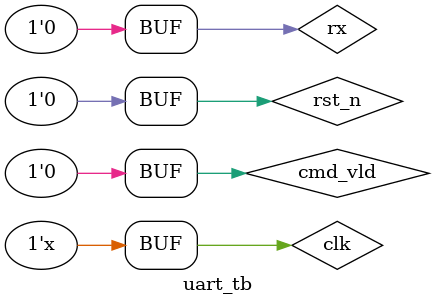
<source format=v>
module uart_tb;

  // Parameters

  // Ports
  reg clk = 0;
  reg rst_n = 0;
  reg [15:0] cmd_in;
  reg cmd_vld = 0;
  reg rx = 0;
  wire tx;
  wire read_rdy;
  wire [7:0] read_data;
  wire cmd_rdy;

  uart 
  uart_dut (
    .clk (clk ),
    .rst_n (rst_n ),
    .cmd_in (cmd_in ),
    .cmd_vld (cmd_vld ),
    .rx (rx ),
    .tx (tx ),
    .read_rdy (read_rdy ),
    .read_data (read_data ),
    .cmd_rdy  ( cmd_rdy)
  );

  initial begin
    begin
        rst_n =
      $finish;
    end
  end

  always
    #5  clk = ! clk ;



endmodule

</source>
